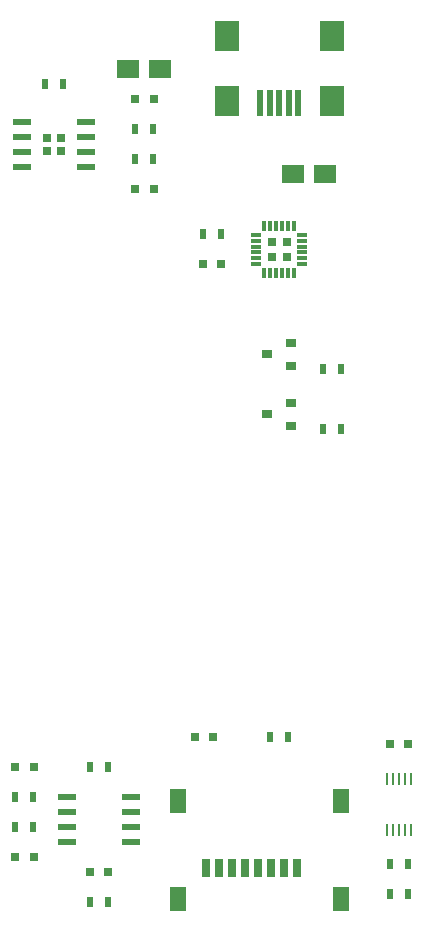
<source format=gbr>
G04 #@! TF.FileFunction,Paste,Top*
%FSLAX46Y46*%
G04 Gerber Fmt 4.6, Leading zero omitted, Abs format (unit mm)*
G04 Created by KiCad (PCBNEW 4.0.7) date 11/01/17 14:25:33*
%MOMM*%
%LPD*%
G01*
G04 APERTURE LIST*
%ADD10C,0.100000*%
%ADD11R,1.450000X2.000000*%
%ADD12R,0.800000X1.500000*%
%ADD13R,0.500000X2.300000*%
%ADD14R,2.000000X2.500000*%
%ADD15R,1.950000X1.500000*%
%ADD16R,0.800000X0.750000*%
%ADD17R,0.500000X0.900000*%
%ADD18R,0.850000X0.300000*%
%ADD19R,0.300000X0.850000*%
%ADD20R,0.780000X0.780000*%
%ADD21R,0.900000X0.800000*%
%ADD22R,0.800000X0.800000*%
%ADD23R,1.550000X0.600000*%
%ADD24R,0.705000X0.705000*%
%ADD25R,0.250000X1.100000*%
G04 APERTURE END LIST*
D10*
D11*
X171592000Y-133047500D03*
X157792000Y-133047500D03*
X157802000Y-141327500D03*
X171592000Y-141347500D03*
D12*
X163492000Y-138747500D03*
X162392000Y-138747500D03*
X160192000Y-138747500D03*
X161292000Y-138747500D03*
X167892000Y-138747500D03*
X166792000Y-138747500D03*
X165692000Y-138747500D03*
X164592000Y-138747500D03*
D13*
X167970000Y-73920000D03*
X167170000Y-73920000D03*
X166370000Y-73920000D03*
X165570000Y-73920000D03*
X164770000Y-73920000D03*
D14*
X170820000Y-73820000D03*
X170820000Y-68320000D03*
X161920000Y-73820000D03*
X161920000Y-68320000D03*
D15*
X167535000Y-80010000D03*
X170285000Y-80010000D03*
D16*
X159905000Y-87630000D03*
X161405000Y-87630000D03*
D17*
X161405000Y-85090000D03*
X159905000Y-85090000D03*
D18*
X168320000Y-87610000D03*
X168320000Y-87110000D03*
X168320000Y-86610000D03*
X168320000Y-86110000D03*
X168320000Y-85610000D03*
X168320000Y-85110000D03*
D19*
X167620000Y-84410000D03*
X167120000Y-84410000D03*
X166620000Y-84410000D03*
X166120000Y-84410000D03*
X165620000Y-84410000D03*
X165120000Y-84410000D03*
D18*
X164420000Y-85110000D03*
X164420000Y-85610000D03*
X164420000Y-86110000D03*
X164420000Y-86610000D03*
X164420000Y-87110000D03*
X164420000Y-87610000D03*
D19*
X165120000Y-88310000D03*
X165620000Y-88310000D03*
X166120000Y-88310000D03*
X166620000Y-88310000D03*
X167120000Y-88310000D03*
X167620000Y-88310000D03*
D20*
X165720000Y-85710000D03*
X165720000Y-87010000D03*
X167020000Y-85710000D03*
X167020000Y-87010000D03*
D21*
X167370000Y-96200000D03*
X167370000Y-94300000D03*
X165370000Y-95250000D03*
X167370000Y-101280000D03*
X167370000Y-99380000D03*
X165370000Y-100330000D03*
D17*
X170065000Y-96520000D03*
X171565000Y-96520000D03*
X170065000Y-101600000D03*
X171565000Y-101600000D03*
D15*
X153565000Y-71120000D03*
X156315000Y-71120000D03*
D22*
X155740000Y-73660000D03*
X154140000Y-73660000D03*
X155740000Y-81280000D03*
X154140000Y-81280000D03*
D17*
X146558000Y-72390000D03*
X148058000Y-72390000D03*
X155690000Y-76200000D03*
X154190000Y-76200000D03*
X155690000Y-78740000D03*
X154190000Y-78740000D03*
D23*
X144620000Y-75565000D03*
X144620000Y-76835000D03*
X144620000Y-78105000D03*
X144620000Y-79375000D03*
X150020000Y-79375000D03*
X150020000Y-78105000D03*
X150020000Y-76835000D03*
X150020000Y-75565000D03*
D24*
X147907500Y-78057500D03*
X147907500Y-76882500D03*
X146732500Y-78057500D03*
X146732500Y-76882500D03*
D16*
X151880000Y-139065000D03*
X150380000Y-139065000D03*
D22*
X145580000Y-130175000D03*
X143980000Y-130175000D03*
X145580000Y-137795000D03*
X143980000Y-137795000D03*
D17*
X145530000Y-132715000D03*
X144030000Y-132715000D03*
X144030000Y-135255000D03*
X145530000Y-135255000D03*
X150380000Y-130175000D03*
X151880000Y-130175000D03*
X150380000Y-141605000D03*
X151880000Y-141605000D03*
D23*
X148430000Y-132715000D03*
X148430000Y-133985000D03*
X148430000Y-135255000D03*
X148430000Y-136525000D03*
X153830000Y-136525000D03*
X153830000Y-135255000D03*
X153830000Y-133985000D03*
X153830000Y-132715000D03*
D16*
X160770000Y-127635000D03*
X159270000Y-127635000D03*
D17*
X165620000Y-127635000D03*
X167120000Y-127635000D03*
D16*
X177280000Y-128270000D03*
X175780000Y-128270000D03*
D17*
X175780000Y-138430000D03*
X177280000Y-138430000D03*
X175780000Y-140970000D03*
X177280000Y-140970000D03*
D25*
X175530000Y-135500000D03*
X176030000Y-135500000D03*
X176530000Y-135500000D03*
X177030000Y-135500000D03*
X177530000Y-135500000D03*
X177530000Y-131200000D03*
X177030000Y-131200000D03*
X176530000Y-131200000D03*
X176030000Y-131200000D03*
X175530000Y-131200000D03*
M02*

</source>
